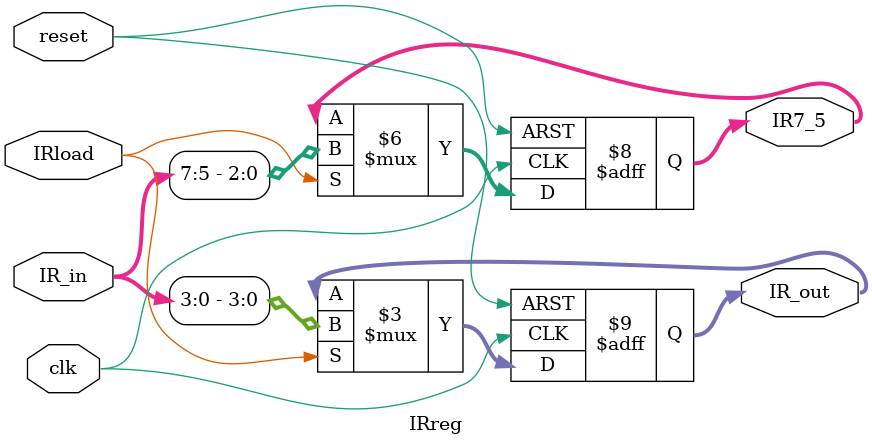
<source format=v>
module IRreg(IRload,reset,clk,IR_in,IR7_5,IR_out);
        input   [7:0]IR_in;
        input   clk;
        input   reset;
        input   IRload;
        output  reg [2:0]IR7_5;
        output  reg [3:0]IR_out;
        
        always @(negedge clk or posedge reset) begin
                if(reset) begin
                    IR7_5 = 0;
                    IR_out = 0;
                end
                else if(IRload)begin
                    IR7_5 = IR_in[7:5];
                    IR_out = IR_in[3:0];
                end
        end
endmodule
</source>
